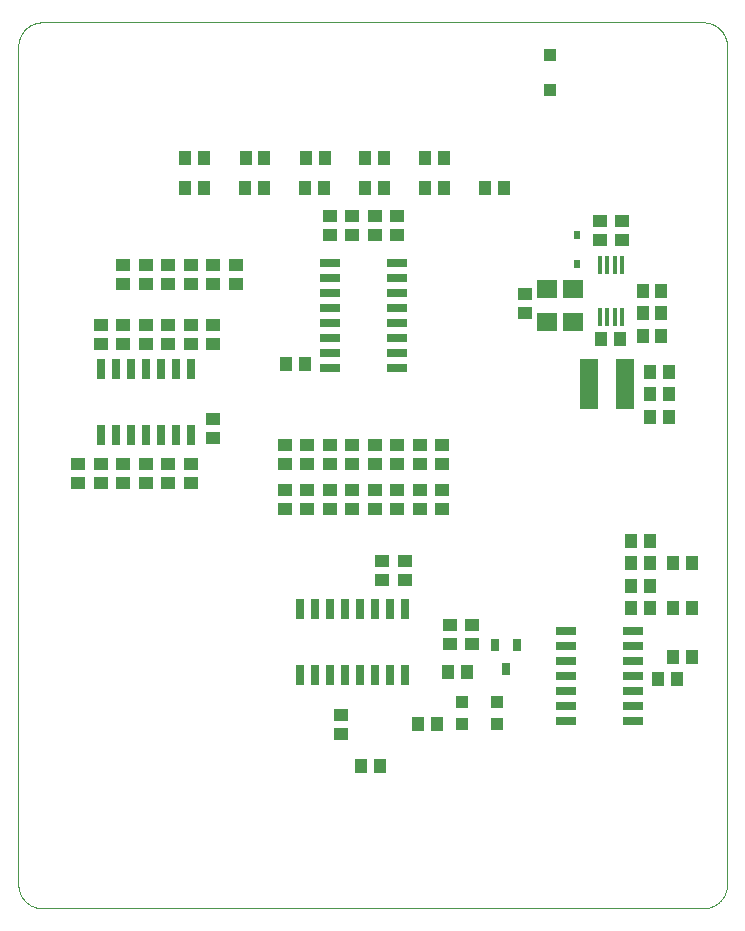
<source format=gtp>
G75*
%MOIN*%
%OFA0B0*%
%FSLAX25Y25*%
%IPPOS*%
%LPD*%
%AMOC8*
5,1,8,0,0,1.08239X$1,22.5*
%
%ADD10C,0.00400*%
%ADD11R,0.04331X0.05118*%
%ADD12R,0.01772X0.06496*%
%ADD13R,0.06299X0.16535*%
%ADD14R,0.05118X0.04331*%
%ADD15R,0.07087X0.06299*%
%ADD16R,0.04331X0.04331*%
%ADD17R,0.02756X0.06890*%
%ADD18R,0.02362X0.03150*%
%ADD19R,0.03150X0.03937*%
%ADD20R,0.06890X0.02756*%
D10*
X0001394Y0009268D02*
X0001394Y0288795D01*
X0001396Y0288985D01*
X0001403Y0289175D01*
X0001415Y0289365D01*
X0001431Y0289555D01*
X0001451Y0289744D01*
X0001477Y0289933D01*
X0001506Y0290121D01*
X0001541Y0290308D01*
X0001580Y0290494D01*
X0001623Y0290679D01*
X0001671Y0290864D01*
X0001723Y0291047D01*
X0001779Y0291228D01*
X0001840Y0291408D01*
X0001906Y0291587D01*
X0001975Y0291764D01*
X0002049Y0291940D01*
X0002127Y0292113D01*
X0002210Y0292285D01*
X0002296Y0292454D01*
X0002386Y0292622D01*
X0002481Y0292787D01*
X0002579Y0292950D01*
X0002682Y0293110D01*
X0002788Y0293268D01*
X0002898Y0293423D01*
X0003011Y0293576D01*
X0003129Y0293726D01*
X0003250Y0293872D01*
X0003374Y0294016D01*
X0003502Y0294157D01*
X0003633Y0294295D01*
X0003768Y0294430D01*
X0003906Y0294561D01*
X0004047Y0294689D01*
X0004191Y0294813D01*
X0004337Y0294934D01*
X0004487Y0295052D01*
X0004640Y0295165D01*
X0004795Y0295275D01*
X0004953Y0295381D01*
X0005113Y0295484D01*
X0005276Y0295582D01*
X0005441Y0295677D01*
X0005609Y0295767D01*
X0005778Y0295853D01*
X0005950Y0295936D01*
X0006123Y0296014D01*
X0006299Y0296088D01*
X0006476Y0296157D01*
X0006655Y0296223D01*
X0006835Y0296284D01*
X0007016Y0296340D01*
X0007199Y0296392D01*
X0007384Y0296440D01*
X0007569Y0296483D01*
X0007755Y0296522D01*
X0007942Y0296557D01*
X0008130Y0296586D01*
X0008319Y0296612D01*
X0008508Y0296632D01*
X0008698Y0296648D01*
X0008888Y0296660D01*
X0009078Y0296667D01*
X0009268Y0296669D01*
X0229740Y0296669D01*
X0229930Y0296667D01*
X0230120Y0296660D01*
X0230310Y0296648D01*
X0230500Y0296632D01*
X0230689Y0296612D01*
X0230878Y0296586D01*
X0231066Y0296557D01*
X0231253Y0296522D01*
X0231439Y0296483D01*
X0231624Y0296440D01*
X0231809Y0296392D01*
X0231992Y0296340D01*
X0232173Y0296284D01*
X0232353Y0296223D01*
X0232532Y0296157D01*
X0232709Y0296088D01*
X0232885Y0296014D01*
X0233058Y0295936D01*
X0233230Y0295853D01*
X0233399Y0295767D01*
X0233567Y0295677D01*
X0233732Y0295582D01*
X0233895Y0295484D01*
X0234055Y0295381D01*
X0234213Y0295275D01*
X0234368Y0295165D01*
X0234521Y0295052D01*
X0234671Y0294934D01*
X0234817Y0294813D01*
X0234961Y0294689D01*
X0235102Y0294561D01*
X0235240Y0294430D01*
X0235375Y0294295D01*
X0235506Y0294157D01*
X0235634Y0294016D01*
X0235758Y0293872D01*
X0235879Y0293726D01*
X0235997Y0293576D01*
X0236110Y0293423D01*
X0236220Y0293268D01*
X0236326Y0293110D01*
X0236429Y0292950D01*
X0236527Y0292787D01*
X0236622Y0292622D01*
X0236712Y0292454D01*
X0236798Y0292285D01*
X0236881Y0292113D01*
X0236959Y0291940D01*
X0237033Y0291764D01*
X0237102Y0291587D01*
X0237168Y0291408D01*
X0237229Y0291228D01*
X0237285Y0291047D01*
X0237337Y0290864D01*
X0237385Y0290679D01*
X0237428Y0290494D01*
X0237467Y0290308D01*
X0237502Y0290121D01*
X0237531Y0289933D01*
X0237557Y0289744D01*
X0237577Y0289555D01*
X0237593Y0289365D01*
X0237605Y0289175D01*
X0237612Y0288985D01*
X0237614Y0288795D01*
X0237614Y0009268D01*
X0237612Y0009078D01*
X0237605Y0008888D01*
X0237593Y0008698D01*
X0237577Y0008508D01*
X0237557Y0008319D01*
X0237531Y0008130D01*
X0237502Y0007942D01*
X0237467Y0007755D01*
X0237428Y0007569D01*
X0237385Y0007384D01*
X0237337Y0007199D01*
X0237285Y0007016D01*
X0237229Y0006835D01*
X0237168Y0006655D01*
X0237102Y0006476D01*
X0237033Y0006299D01*
X0236959Y0006123D01*
X0236881Y0005950D01*
X0236798Y0005778D01*
X0236712Y0005609D01*
X0236622Y0005441D01*
X0236527Y0005276D01*
X0236429Y0005113D01*
X0236326Y0004953D01*
X0236220Y0004795D01*
X0236110Y0004640D01*
X0235997Y0004487D01*
X0235879Y0004337D01*
X0235758Y0004191D01*
X0235634Y0004047D01*
X0235506Y0003906D01*
X0235375Y0003768D01*
X0235240Y0003633D01*
X0235102Y0003502D01*
X0234961Y0003374D01*
X0234817Y0003250D01*
X0234671Y0003129D01*
X0234521Y0003011D01*
X0234368Y0002898D01*
X0234213Y0002788D01*
X0234055Y0002682D01*
X0233895Y0002579D01*
X0233732Y0002481D01*
X0233567Y0002386D01*
X0233399Y0002296D01*
X0233230Y0002210D01*
X0233058Y0002127D01*
X0232885Y0002049D01*
X0232709Y0001975D01*
X0232532Y0001906D01*
X0232353Y0001840D01*
X0232173Y0001779D01*
X0231992Y0001723D01*
X0231809Y0001671D01*
X0231624Y0001623D01*
X0231439Y0001580D01*
X0231253Y0001541D01*
X0231066Y0001506D01*
X0230878Y0001477D01*
X0230689Y0001451D01*
X0230500Y0001431D01*
X0230310Y0001415D01*
X0230120Y0001403D01*
X0229930Y0001396D01*
X0229740Y0001394D01*
X0009268Y0001394D01*
X0009078Y0001396D01*
X0008888Y0001403D01*
X0008698Y0001415D01*
X0008508Y0001431D01*
X0008319Y0001451D01*
X0008130Y0001477D01*
X0007942Y0001506D01*
X0007755Y0001541D01*
X0007569Y0001580D01*
X0007384Y0001623D01*
X0007199Y0001671D01*
X0007016Y0001723D01*
X0006835Y0001779D01*
X0006655Y0001840D01*
X0006476Y0001906D01*
X0006299Y0001975D01*
X0006123Y0002049D01*
X0005950Y0002127D01*
X0005778Y0002210D01*
X0005609Y0002296D01*
X0005441Y0002386D01*
X0005276Y0002481D01*
X0005113Y0002579D01*
X0004953Y0002682D01*
X0004795Y0002788D01*
X0004640Y0002898D01*
X0004487Y0003011D01*
X0004337Y0003129D01*
X0004191Y0003250D01*
X0004047Y0003374D01*
X0003906Y0003502D01*
X0003768Y0003633D01*
X0003633Y0003768D01*
X0003502Y0003906D01*
X0003374Y0004047D01*
X0003250Y0004191D01*
X0003129Y0004337D01*
X0003011Y0004487D01*
X0002898Y0004640D01*
X0002788Y0004795D01*
X0002682Y0004953D01*
X0002579Y0005113D01*
X0002481Y0005276D01*
X0002386Y0005441D01*
X0002296Y0005609D01*
X0002210Y0005778D01*
X0002127Y0005950D01*
X0002049Y0006123D01*
X0001975Y0006299D01*
X0001906Y0006476D01*
X0001840Y0006655D01*
X0001779Y0006835D01*
X0001723Y0007016D01*
X0001671Y0007199D01*
X0001623Y0007384D01*
X0001580Y0007569D01*
X0001541Y0007755D01*
X0001506Y0007942D01*
X0001477Y0008130D01*
X0001451Y0008319D01*
X0001431Y0008508D01*
X0001415Y0008698D01*
X0001403Y0008888D01*
X0001396Y0009078D01*
X0001394Y0009268D01*
D11*
X0115744Y0048894D03*
X0122043Y0048894D03*
X0134494Y0062644D03*
X0140793Y0062644D03*
X0144494Y0080144D03*
X0150793Y0080144D03*
X0205626Y0101364D03*
X0211925Y0101364D03*
X0212043Y0108894D03*
X0205744Y0108894D03*
X0205744Y0116394D03*
X0212043Y0116394D03*
X0219494Y0116394D03*
X0225793Y0116394D03*
X0225793Y0101394D03*
X0219494Y0101394D03*
X0219494Y0085144D03*
X0220793Y0077644D03*
X0214494Y0077644D03*
X0225793Y0085144D03*
X0212043Y0123894D03*
X0205744Y0123894D03*
X0211994Y0165144D03*
X0218293Y0165144D03*
X0218293Y0172644D03*
X0211994Y0172644D03*
X0211994Y0180144D03*
X0218293Y0180144D03*
X0215764Y0192240D03*
X0209465Y0192240D03*
X0209465Y0199740D03*
X0215764Y0199740D03*
X0215764Y0207240D03*
X0209465Y0207240D03*
X0202014Y0190990D03*
X0195715Y0190990D03*
X0163293Y0241394D03*
X0156994Y0241394D03*
X0143293Y0241394D03*
X0136994Y0241394D03*
X0136994Y0251394D03*
X0143293Y0251394D03*
X0123293Y0251394D03*
X0116994Y0251394D03*
X0116994Y0241394D03*
X0123293Y0241394D03*
X0103293Y0241394D03*
X0096994Y0241394D03*
X0097211Y0251551D03*
X0103510Y0251551D03*
X0083421Y0251551D03*
X0077122Y0251551D03*
X0076994Y0241394D03*
X0083293Y0241394D03*
X0063293Y0241394D03*
X0056994Y0241394D03*
X0057033Y0251551D03*
X0063333Y0251551D03*
X0090744Y0182644D03*
X0097043Y0182644D03*
D12*
X0195114Y0198579D03*
X0197614Y0198579D03*
X0200114Y0198579D03*
X0202614Y0198579D03*
X0202614Y0215902D03*
X0200114Y0215902D03*
X0197614Y0215902D03*
X0195114Y0215902D03*
D13*
X0191709Y0175990D03*
X0203520Y0175990D03*
D14*
X0170173Y0199898D03*
X0170173Y0206197D03*
X0195114Y0224091D03*
X0195114Y0230390D03*
X0202614Y0230390D03*
X0202614Y0224091D03*
X0142644Y0155793D03*
X0142644Y0149494D03*
X0135144Y0149494D03*
X0135144Y0155793D03*
X0127644Y0155793D03*
X0127644Y0149494D03*
X0127644Y0140793D03*
X0127644Y0134494D03*
X0135144Y0134494D03*
X0135144Y0140793D03*
X0142644Y0140793D03*
X0142644Y0134494D03*
X0130144Y0117043D03*
X0130144Y0110744D03*
X0122644Y0110744D03*
X0122644Y0117043D03*
X0120144Y0134494D03*
X0120144Y0140793D03*
X0112644Y0140793D03*
X0112644Y0134494D03*
X0105144Y0134494D03*
X0105144Y0140793D03*
X0097644Y0140793D03*
X0097644Y0134494D03*
X0090144Y0134494D03*
X0090144Y0140793D03*
X0090144Y0149494D03*
X0090144Y0155793D03*
X0097644Y0155793D03*
X0097644Y0149494D03*
X0105144Y0149494D03*
X0105144Y0155793D03*
X0112644Y0155793D03*
X0112644Y0149494D03*
X0120144Y0149494D03*
X0120144Y0155793D03*
X0073894Y0209494D03*
X0073894Y0215793D03*
X0066394Y0215793D03*
X0066394Y0209494D03*
X0058894Y0209494D03*
X0058894Y0215793D03*
X0051394Y0215793D03*
X0051394Y0209494D03*
X0043894Y0209494D03*
X0043894Y0215793D03*
X0036394Y0215793D03*
X0036394Y0209494D03*
X0036394Y0195793D03*
X0036394Y0189494D03*
X0043894Y0189494D03*
X0043894Y0195793D03*
X0051394Y0195793D03*
X0051394Y0189494D03*
X0058894Y0189494D03*
X0058894Y0195793D03*
X0066394Y0195793D03*
X0066394Y0189494D03*
X0066394Y0164543D03*
X0066394Y0158244D03*
X0058894Y0149543D03*
X0058894Y0143244D03*
X0051394Y0143244D03*
X0051394Y0149543D03*
X0043894Y0149543D03*
X0043894Y0143244D03*
X0036394Y0143244D03*
X0036394Y0149543D03*
X0028894Y0149543D03*
X0028894Y0143244D03*
X0021394Y0143244D03*
X0021394Y0149543D03*
X0028894Y0189494D03*
X0028894Y0195793D03*
X0105193Y0225862D03*
X0105193Y0232161D03*
X0112644Y0232043D03*
X0112644Y0225744D03*
X0120144Y0225744D03*
X0120144Y0232043D03*
X0127644Y0232043D03*
X0127644Y0225744D03*
X0145144Y0095793D03*
X0145144Y0089494D03*
X0152644Y0089494D03*
X0152644Y0095793D03*
X0108894Y0065793D03*
X0108894Y0059494D03*
D15*
X0177614Y0196728D03*
X0186364Y0196728D03*
X0186364Y0207752D03*
X0177614Y0207752D03*
D16*
X0178490Y0274248D03*
X0178490Y0285665D03*
X0160852Y0070144D03*
X0160852Y0062644D03*
X0149435Y0062644D03*
X0149435Y0070144D03*
D17*
X0130144Y0079022D03*
X0125144Y0079022D03*
X0120144Y0079022D03*
X0115144Y0079022D03*
X0110144Y0079022D03*
X0105144Y0079022D03*
X0100144Y0079022D03*
X0095144Y0079022D03*
X0095144Y0101266D03*
X0100144Y0101266D03*
X0105144Y0101266D03*
X0110144Y0101266D03*
X0115144Y0101266D03*
X0120144Y0101266D03*
X0125144Y0101266D03*
X0130144Y0101266D03*
X0058894Y0159022D03*
X0053894Y0159022D03*
X0048894Y0159022D03*
X0043894Y0159022D03*
X0038894Y0159022D03*
X0033894Y0159022D03*
X0028894Y0159022D03*
X0028894Y0181266D03*
X0033894Y0181266D03*
X0038894Y0181266D03*
X0043894Y0181266D03*
X0048894Y0181266D03*
X0053894Y0181266D03*
X0058894Y0181266D03*
D18*
X0187614Y0216069D03*
X0187614Y0225911D03*
D19*
X0167634Y0089081D03*
X0163894Y0081207D03*
X0160154Y0089081D03*
D20*
X0184022Y0088894D03*
X0184022Y0083894D03*
X0184022Y0078894D03*
X0184022Y0073894D03*
X0184022Y0068894D03*
X0184022Y0063894D03*
X0206266Y0063894D03*
X0206266Y0068894D03*
X0206266Y0073894D03*
X0206266Y0078894D03*
X0206266Y0083894D03*
X0206266Y0088894D03*
X0206266Y0093894D03*
X0184022Y0093894D03*
X0127516Y0181394D03*
X0127516Y0186394D03*
X0127516Y0191394D03*
X0127516Y0196394D03*
X0127516Y0201394D03*
X0127516Y0206394D03*
X0127516Y0211394D03*
X0127516Y0216394D03*
X0105272Y0216394D03*
X0105272Y0211394D03*
X0105272Y0206394D03*
X0105272Y0201394D03*
X0105272Y0196394D03*
X0105272Y0191394D03*
X0105272Y0186394D03*
X0105272Y0181394D03*
M02*

</source>
